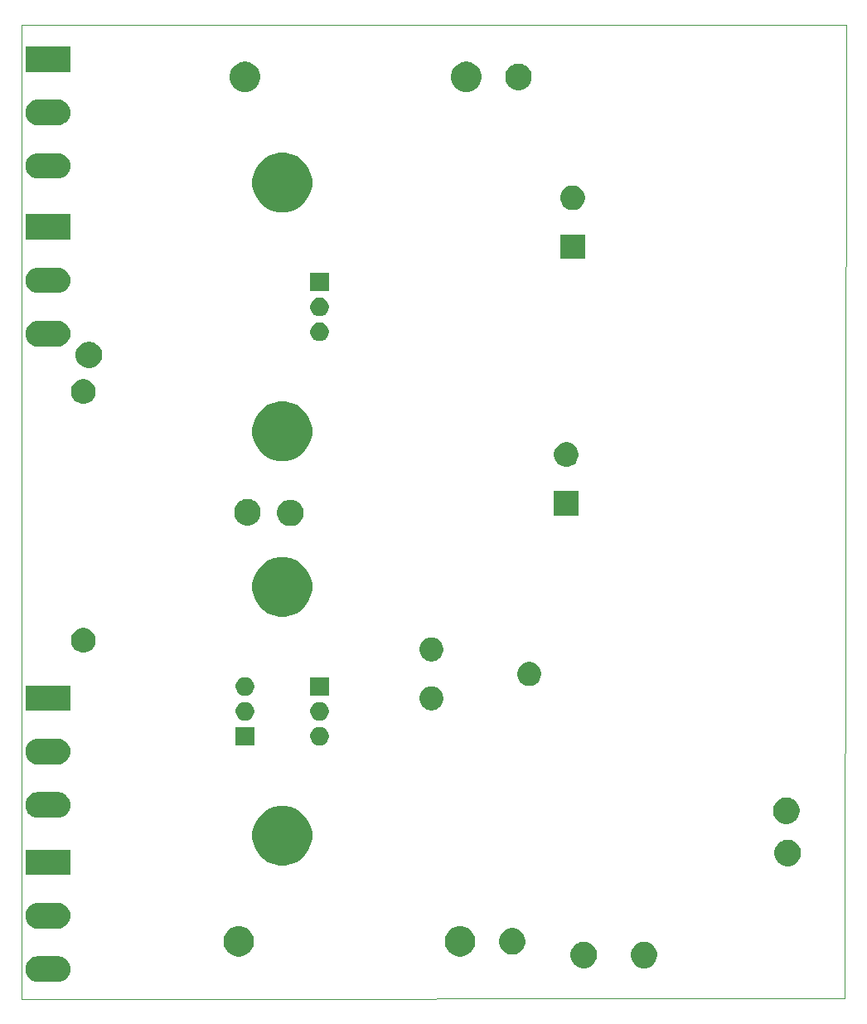
<source format=gbs>
%TF.GenerationSoftware,KiCad,Pcbnew,5.1.5-52549c5~84~ubuntu18.04.1*%
%TF.CreationDate,2020-04-30T17:46:21+12:00*%
%TF.ProjectId,Trimodal SMD Cheap,5472696d-6f64-4616-9c20-534d44204368,rev?*%
%TF.SameCoordinates,Original*%
%TF.FileFunction,Soldermask,Bot*%
%TF.FilePolarity,Negative*%
%FSLAX46Y46*%
G04 Gerber Fmt 4.6, Leading zero omitted, Abs format (unit mm)*
G04 Created by KiCad (PCBNEW 5.1.5-52549c5~84~ubuntu18.04.1) date 2020-04-30 17:46:21*
%MOMM*%
%LPD*%
G04 APERTURE LIST*
%ADD10C,0.100000*%
%ADD11C,0.150000*%
G04 APERTURE END LIST*
D10*
X146494500Y-32131000D02*
X146367500Y-131572000D01*
X62230000Y-32194500D02*
X146494500Y-32131000D01*
X62293500Y-131635500D02*
X62230000Y-32194500D01*
X146367500Y-131572000D02*
X62293500Y-131635500D01*
D11*
G36*
X66119972Y-127273912D02*
G01*
X66215540Y-127283325D01*
X66460780Y-127357718D01*
X66686794Y-127478525D01*
X66738399Y-127520876D01*
X66884897Y-127641103D01*
X66988165Y-127766937D01*
X67047475Y-127839206D01*
X67168282Y-128065220D01*
X67242675Y-128310460D01*
X67267794Y-128565500D01*
X67242675Y-128820540D01*
X67168282Y-129065780D01*
X67047475Y-129291794D01*
X67005124Y-129343399D01*
X66884897Y-129489897D01*
X66738399Y-129610124D01*
X66686794Y-129652475D01*
X66460780Y-129773282D01*
X66215540Y-129847675D01*
X66119973Y-129857087D01*
X66024406Y-129866500D01*
X63896594Y-129866500D01*
X63801027Y-129857087D01*
X63705460Y-129847675D01*
X63460220Y-129773282D01*
X63234206Y-129652475D01*
X63182601Y-129610124D01*
X63036103Y-129489897D01*
X62915876Y-129343399D01*
X62873525Y-129291794D01*
X62752718Y-129065780D01*
X62678325Y-128820540D01*
X62653206Y-128565500D01*
X62678325Y-128310460D01*
X62752718Y-128065220D01*
X62873525Y-127839206D01*
X62932835Y-127766937D01*
X63036103Y-127641103D01*
X63182601Y-127520876D01*
X63234206Y-127478525D01*
X63460220Y-127357718D01*
X63705460Y-127283325D01*
X63801028Y-127273912D01*
X63896594Y-127264500D01*
X66024406Y-127264500D01*
X66119972Y-127273912D01*
G37*
G36*
X126251072Y-125827918D02*
G01*
X126383476Y-125882761D01*
X126496939Y-125929759D01*
X126608328Y-126004187D01*
X126718211Y-126077609D01*
X126906391Y-126265789D01*
X127054242Y-126487063D01*
X127156082Y-126732928D01*
X127194734Y-126927242D01*
X127208000Y-126993938D01*
X127208000Y-127260062D01*
X127156082Y-127521072D01*
X127054241Y-127766939D01*
X126906390Y-127988212D01*
X126718212Y-128176390D01*
X126496939Y-128324241D01*
X126496938Y-128324242D01*
X126496937Y-128324242D01*
X126251072Y-128426082D01*
X125990063Y-128478000D01*
X125723937Y-128478000D01*
X125462928Y-128426082D01*
X125217063Y-128324242D01*
X125217062Y-128324242D01*
X125217061Y-128324241D01*
X124995788Y-128176390D01*
X124807610Y-127988212D01*
X124659759Y-127766939D01*
X124557918Y-127521072D01*
X124506000Y-127260062D01*
X124506000Y-126993938D01*
X124519267Y-126927242D01*
X124557918Y-126732928D01*
X124659758Y-126487063D01*
X124807609Y-126265789D01*
X124995789Y-126077609D01*
X125105672Y-126004187D01*
X125217061Y-125929759D01*
X125330525Y-125882761D01*
X125462928Y-125827918D01*
X125723937Y-125776000D01*
X125990063Y-125776000D01*
X126251072Y-125827918D01*
G37*
G36*
X120091572Y-125827918D02*
G01*
X120223976Y-125882761D01*
X120337439Y-125929759D01*
X120448828Y-126004187D01*
X120558711Y-126077609D01*
X120746891Y-126265789D01*
X120894742Y-126487063D01*
X120996582Y-126732928D01*
X121035234Y-126927242D01*
X121048500Y-126993938D01*
X121048500Y-127260062D01*
X120996582Y-127521072D01*
X120894741Y-127766939D01*
X120746890Y-127988212D01*
X120558712Y-128176390D01*
X120337439Y-128324241D01*
X120337438Y-128324242D01*
X120337437Y-128324242D01*
X120091572Y-128426082D01*
X119830563Y-128478000D01*
X119564437Y-128478000D01*
X119303428Y-128426082D01*
X119057563Y-128324242D01*
X119057562Y-128324242D01*
X119057561Y-128324241D01*
X118836288Y-128176390D01*
X118648110Y-127988212D01*
X118500259Y-127766939D01*
X118398418Y-127521072D01*
X118346500Y-127260062D01*
X118346500Y-126993938D01*
X118359767Y-126927242D01*
X118398418Y-126732928D01*
X118500258Y-126487063D01*
X118648109Y-126265789D01*
X118836289Y-126077609D01*
X118946172Y-126004187D01*
X119057561Y-125929759D01*
X119171025Y-125882761D01*
X119303428Y-125827918D01*
X119564437Y-125776000D01*
X119830563Y-125776000D01*
X120091572Y-125827918D01*
G37*
G36*
X84725777Y-124202475D02*
G01*
X84907410Y-124238604D01*
X85189674Y-124355521D01*
X85443705Y-124525259D01*
X85659741Y-124741295D01*
X85829479Y-124995326D01*
X85946396Y-125277590D01*
X86006000Y-125577240D01*
X86006000Y-125882760D01*
X85946396Y-126182410D01*
X85829479Y-126464674D01*
X85659741Y-126718705D01*
X85443705Y-126934741D01*
X85189674Y-127104479D01*
X84907410Y-127221396D01*
X84757585Y-127251198D01*
X84607761Y-127281000D01*
X84302239Y-127281000D01*
X84152415Y-127251198D01*
X84002590Y-127221396D01*
X83720326Y-127104479D01*
X83466295Y-126934741D01*
X83250259Y-126718705D01*
X83080521Y-126464674D01*
X82963604Y-126182410D01*
X82904000Y-125882760D01*
X82904000Y-125577240D01*
X82963604Y-125277590D01*
X83080521Y-124995326D01*
X83250259Y-124741295D01*
X83466295Y-124525259D01*
X83720326Y-124355521D01*
X84002590Y-124238604D01*
X84184223Y-124202475D01*
X84302239Y-124179000D01*
X84607761Y-124179000D01*
X84725777Y-124202475D01*
G37*
G36*
X107325777Y-124202475D02*
G01*
X107507410Y-124238604D01*
X107789674Y-124355521D01*
X108043705Y-124525259D01*
X108259741Y-124741295D01*
X108429479Y-124995326D01*
X108546396Y-125277590D01*
X108606000Y-125577240D01*
X108606000Y-125882760D01*
X108546396Y-126182410D01*
X108429479Y-126464674D01*
X108259741Y-126718705D01*
X108043705Y-126934741D01*
X107789674Y-127104479D01*
X107507410Y-127221396D01*
X107357585Y-127251198D01*
X107207761Y-127281000D01*
X106902239Y-127281000D01*
X106752415Y-127251198D01*
X106602590Y-127221396D01*
X106320326Y-127104479D01*
X106066295Y-126934741D01*
X105850259Y-126718705D01*
X105680521Y-126464674D01*
X105563604Y-126182410D01*
X105504000Y-125882760D01*
X105504000Y-125577240D01*
X105563604Y-125277590D01*
X105680521Y-124995326D01*
X105850259Y-124741295D01*
X106066295Y-124525259D01*
X106320326Y-124355521D01*
X106602590Y-124238604D01*
X106784223Y-124202475D01*
X106902239Y-124179000D01*
X107207761Y-124179000D01*
X107325777Y-124202475D01*
G37*
G36*
X112789072Y-124430918D02*
G01*
X113016833Y-124525259D01*
X113034939Y-124532759D01*
X113146328Y-124607187D01*
X113256211Y-124680609D01*
X113444391Y-124868789D01*
X113592242Y-125090063D01*
X113694082Y-125335928D01*
X113746000Y-125596937D01*
X113746000Y-125863063D01*
X113732733Y-125929759D01*
X113694082Y-126124072D01*
X113592241Y-126369939D01*
X113444390Y-126591212D01*
X113256212Y-126779390D01*
X113034939Y-126927241D01*
X113034938Y-126927242D01*
X113034937Y-126927242D01*
X112789072Y-127029082D01*
X112528063Y-127081000D01*
X112261937Y-127081000D01*
X112000928Y-127029082D01*
X111755063Y-126927242D01*
X111755062Y-126927242D01*
X111755061Y-126927241D01*
X111533788Y-126779390D01*
X111345610Y-126591212D01*
X111197759Y-126369939D01*
X111095918Y-126124072D01*
X111057267Y-125929759D01*
X111044000Y-125863063D01*
X111044000Y-125596937D01*
X111095918Y-125335928D01*
X111197758Y-125090063D01*
X111345609Y-124868789D01*
X111533789Y-124680609D01*
X111643672Y-124607187D01*
X111755061Y-124532759D01*
X111773168Y-124525259D01*
X112000928Y-124430918D01*
X112261937Y-124379000D01*
X112528063Y-124379000D01*
X112789072Y-124430918D01*
G37*
G36*
X66119973Y-121823913D02*
G01*
X66215540Y-121833325D01*
X66460780Y-121907718D01*
X66686794Y-122028525D01*
X66738399Y-122070876D01*
X66884897Y-122191103D01*
X67005124Y-122337601D01*
X67047475Y-122389206D01*
X67168282Y-122615220D01*
X67242675Y-122860460D01*
X67267794Y-123115500D01*
X67242675Y-123370540D01*
X67168282Y-123615780D01*
X67047475Y-123841794D01*
X67005124Y-123893399D01*
X66884897Y-124039897D01*
X66738399Y-124160124D01*
X66686794Y-124202475D01*
X66460780Y-124323282D01*
X66215540Y-124397675D01*
X66119973Y-124407087D01*
X66024406Y-124416500D01*
X63896594Y-124416500D01*
X63801027Y-124407087D01*
X63705460Y-124397675D01*
X63460220Y-124323282D01*
X63234206Y-124202475D01*
X63182601Y-124160124D01*
X63036103Y-124039897D01*
X62915876Y-123893399D01*
X62873525Y-123841794D01*
X62752718Y-123615780D01*
X62678325Y-123370540D01*
X62653206Y-123115500D01*
X62678325Y-122860460D01*
X62752718Y-122615220D01*
X62873525Y-122389206D01*
X62915876Y-122337601D01*
X63036103Y-122191103D01*
X63182601Y-122070876D01*
X63234206Y-122028525D01*
X63460220Y-121907718D01*
X63705460Y-121833325D01*
X63801027Y-121823913D01*
X63896594Y-121814500D01*
X66024406Y-121814500D01*
X66119973Y-121823913D01*
G37*
G36*
X67261500Y-118966500D02*
G01*
X62659500Y-118966500D01*
X62659500Y-116364500D01*
X67261500Y-116364500D01*
X67261500Y-118966500D01*
G37*
G36*
X140919572Y-115413918D02*
G01*
X141165439Y-115515759D01*
X141276828Y-115590187D01*
X141386711Y-115663609D01*
X141574891Y-115851789D01*
X141722742Y-116073063D01*
X141824582Y-116318928D01*
X141876500Y-116579937D01*
X141876500Y-116846063D01*
X141824582Y-117107072D01*
X141742654Y-117304866D01*
X141722741Y-117352939D01*
X141574890Y-117574212D01*
X141386712Y-117762390D01*
X141165439Y-117910241D01*
X141165438Y-117910242D01*
X141165437Y-117910242D01*
X140919572Y-118012082D01*
X140658563Y-118064000D01*
X140392437Y-118064000D01*
X140131428Y-118012082D01*
X139885563Y-117910242D01*
X139885562Y-117910242D01*
X139885561Y-117910241D01*
X139664288Y-117762390D01*
X139476110Y-117574212D01*
X139328259Y-117352939D01*
X139308347Y-117304866D01*
X139226418Y-117107072D01*
X139174500Y-116846063D01*
X139174500Y-116579937D01*
X139226418Y-116318928D01*
X139328258Y-116073063D01*
X139476109Y-115851789D01*
X139664289Y-115663609D01*
X139774172Y-115590187D01*
X139885561Y-115515759D01*
X140131428Y-115413918D01*
X140392437Y-115362000D01*
X140658563Y-115362000D01*
X140919572Y-115413918D01*
G37*
G36*
X89789943Y-112001248D02*
G01*
X90345189Y-112231238D01*
X90450762Y-112301780D01*
X90844899Y-112565134D01*
X91269866Y-112990101D01*
X91437948Y-113241653D01*
X91603762Y-113489811D01*
X91833752Y-114045057D01*
X91951000Y-114634501D01*
X91951000Y-115235499D01*
X91833752Y-115824943D01*
X91603762Y-116380189D01*
X91603761Y-116380190D01*
X91269866Y-116879899D01*
X90844899Y-117304866D01*
X90593347Y-117472948D01*
X90345189Y-117638762D01*
X89789943Y-117868752D01*
X89200499Y-117986000D01*
X88599501Y-117986000D01*
X88010057Y-117868752D01*
X87454811Y-117638762D01*
X87206653Y-117472948D01*
X86955101Y-117304866D01*
X86530134Y-116879899D01*
X86196239Y-116380190D01*
X86196238Y-116380189D01*
X85966248Y-115824943D01*
X85849000Y-115235499D01*
X85849000Y-114634501D01*
X85966248Y-114045057D01*
X86196238Y-113489811D01*
X86362052Y-113241653D01*
X86530134Y-112990101D01*
X86955101Y-112565134D01*
X87349238Y-112301780D01*
X87454811Y-112231238D01*
X88010057Y-112001248D01*
X88599501Y-111884000D01*
X89200499Y-111884000D01*
X89789943Y-112001248D01*
G37*
G36*
X140688446Y-111075206D02*
G01*
X140792572Y-111095918D01*
X141038439Y-111197759D01*
X141149828Y-111272187D01*
X141259711Y-111345609D01*
X141447891Y-111533789D01*
X141595742Y-111755063D01*
X141697582Y-112000928D01*
X141749500Y-112261937D01*
X141749500Y-112528063D01*
X141697582Y-112789072D01*
X141606369Y-113009282D01*
X141595741Y-113034939D01*
X141447890Y-113256212D01*
X141259712Y-113444390D01*
X141038439Y-113592241D01*
X141038438Y-113592242D01*
X141038437Y-113592242D01*
X140792572Y-113694082D01*
X140531563Y-113746000D01*
X140265437Y-113746000D01*
X140004428Y-113694082D01*
X139758563Y-113592242D01*
X139758562Y-113592242D01*
X139758561Y-113592241D01*
X139537288Y-113444390D01*
X139349110Y-113256212D01*
X139201259Y-113034939D01*
X139190632Y-113009282D01*
X139099418Y-112789072D01*
X139047500Y-112528063D01*
X139047500Y-112261937D01*
X139099418Y-112000928D01*
X139201258Y-111755063D01*
X139349109Y-111533789D01*
X139537289Y-111345609D01*
X139647172Y-111272187D01*
X139758561Y-111197759D01*
X140004428Y-111095918D01*
X140108554Y-111075206D01*
X140265437Y-111044000D01*
X140531563Y-111044000D01*
X140688446Y-111075206D01*
G37*
G36*
X66119973Y-110509913D02*
G01*
X66215540Y-110519325D01*
X66460780Y-110593718D01*
X66686794Y-110714525D01*
X66738399Y-110756876D01*
X66884897Y-110877103D01*
X67005124Y-111023601D01*
X67047475Y-111075206D01*
X67168282Y-111301220D01*
X67242675Y-111546460D01*
X67267794Y-111801500D01*
X67242675Y-112056540D01*
X67168282Y-112301780D01*
X67047475Y-112527794D01*
X67016831Y-112565134D01*
X66884897Y-112725897D01*
X66738399Y-112846124D01*
X66686794Y-112888475D01*
X66460780Y-113009282D01*
X66215540Y-113083675D01*
X66119973Y-113093087D01*
X66024406Y-113102500D01*
X63896594Y-113102500D01*
X63801027Y-113093087D01*
X63705460Y-113083675D01*
X63460220Y-113009282D01*
X63234206Y-112888475D01*
X63182601Y-112846124D01*
X63036103Y-112725897D01*
X62904169Y-112565134D01*
X62873525Y-112527794D01*
X62752718Y-112301780D01*
X62678325Y-112056540D01*
X62653206Y-111801500D01*
X62678325Y-111546460D01*
X62752718Y-111301220D01*
X62873525Y-111075206D01*
X62915876Y-111023601D01*
X63036103Y-110877103D01*
X63182601Y-110756876D01*
X63234206Y-110714525D01*
X63460220Y-110593718D01*
X63705460Y-110519325D01*
X63801027Y-110509913D01*
X63896594Y-110500500D01*
X66024406Y-110500500D01*
X66119973Y-110509913D01*
G37*
G36*
X66043656Y-105052396D02*
G01*
X66215540Y-105069325D01*
X66460780Y-105143718D01*
X66686794Y-105264525D01*
X66738399Y-105306876D01*
X66884897Y-105427103D01*
X66955956Y-105513690D01*
X67047475Y-105625206D01*
X67168282Y-105851220D01*
X67242675Y-106096460D01*
X67267794Y-106351500D01*
X67242675Y-106606540D01*
X67168282Y-106851780D01*
X67047475Y-107077794D01*
X67005124Y-107129399D01*
X66884897Y-107275897D01*
X66738399Y-107396124D01*
X66686794Y-107438475D01*
X66460780Y-107559282D01*
X66215540Y-107633675D01*
X66119973Y-107643087D01*
X66024406Y-107652500D01*
X63896594Y-107652500D01*
X63801027Y-107643087D01*
X63705460Y-107633675D01*
X63460220Y-107559282D01*
X63234206Y-107438475D01*
X63182601Y-107396124D01*
X63036103Y-107275897D01*
X62915876Y-107129399D01*
X62873525Y-107077794D01*
X62752718Y-106851780D01*
X62678325Y-106606540D01*
X62653206Y-106351500D01*
X62678325Y-106096460D01*
X62752718Y-105851220D01*
X62873525Y-105625206D01*
X62965044Y-105513690D01*
X63036103Y-105427103D01*
X63182601Y-105306876D01*
X63234206Y-105264525D01*
X63460220Y-105143718D01*
X63705460Y-105069325D01*
X63877344Y-105052396D01*
X63896594Y-105050500D01*
X66024406Y-105050500D01*
X66043656Y-105052396D01*
G37*
G36*
X92987395Y-103860546D02*
G01*
X93160466Y-103932234D01*
X93160467Y-103932235D01*
X93316227Y-104036310D01*
X93448690Y-104168773D01*
X93448691Y-104168775D01*
X93552766Y-104324534D01*
X93624454Y-104497605D01*
X93661000Y-104681333D01*
X93661000Y-104868667D01*
X93624454Y-105052395D01*
X93552766Y-105225466D01*
X93501081Y-105302818D01*
X93448690Y-105381227D01*
X93316227Y-105513690D01*
X93237818Y-105566081D01*
X93160466Y-105617766D01*
X92987395Y-105689454D01*
X92803667Y-105726000D01*
X92616333Y-105726000D01*
X92432605Y-105689454D01*
X92259534Y-105617766D01*
X92182182Y-105566081D01*
X92103773Y-105513690D01*
X91971310Y-105381227D01*
X91918919Y-105302818D01*
X91867234Y-105225466D01*
X91795546Y-105052395D01*
X91759000Y-104868667D01*
X91759000Y-104681333D01*
X91795546Y-104497605D01*
X91867234Y-104324534D01*
X91971309Y-104168775D01*
X91971310Y-104168773D01*
X92103773Y-104036310D01*
X92259533Y-103932235D01*
X92259534Y-103932234D01*
X92432605Y-103860546D01*
X92616333Y-103824000D01*
X92803667Y-103824000D01*
X92987395Y-103860546D01*
G37*
G36*
X86041000Y-105726000D02*
G01*
X84139000Y-105726000D01*
X84139000Y-103824000D01*
X86041000Y-103824000D01*
X86041000Y-105726000D01*
G37*
G36*
X92987395Y-101320546D02*
G01*
X93160466Y-101392234D01*
X93160467Y-101392235D01*
X93316227Y-101496310D01*
X93448690Y-101628773D01*
X93448691Y-101628775D01*
X93552766Y-101784534D01*
X93624454Y-101957605D01*
X93661000Y-102141333D01*
X93661000Y-102328667D01*
X93624454Y-102512395D01*
X93552766Y-102685466D01*
X93552765Y-102685467D01*
X93448690Y-102841227D01*
X93316227Y-102973690D01*
X93237818Y-103026081D01*
X93160466Y-103077766D01*
X92987395Y-103149454D01*
X92803667Y-103186000D01*
X92616333Y-103186000D01*
X92432605Y-103149454D01*
X92259534Y-103077766D01*
X92182182Y-103026081D01*
X92103773Y-102973690D01*
X91971310Y-102841227D01*
X91867235Y-102685467D01*
X91867234Y-102685466D01*
X91795546Y-102512395D01*
X91759000Y-102328667D01*
X91759000Y-102141333D01*
X91795546Y-101957605D01*
X91867234Y-101784534D01*
X91971309Y-101628775D01*
X91971310Y-101628773D01*
X92103773Y-101496310D01*
X92259533Y-101392235D01*
X92259534Y-101392234D01*
X92432605Y-101320546D01*
X92616333Y-101284000D01*
X92803667Y-101284000D01*
X92987395Y-101320546D01*
G37*
G36*
X85367395Y-101320546D02*
G01*
X85540466Y-101392234D01*
X85540467Y-101392235D01*
X85696227Y-101496310D01*
X85828690Y-101628773D01*
X85828691Y-101628775D01*
X85932766Y-101784534D01*
X86004454Y-101957605D01*
X86041000Y-102141333D01*
X86041000Y-102328667D01*
X86004454Y-102512395D01*
X85932766Y-102685466D01*
X85932765Y-102685467D01*
X85828690Y-102841227D01*
X85696227Y-102973690D01*
X85617818Y-103026081D01*
X85540466Y-103077766D01*
X85367395Y-103149454D01*
X85183667Y-103186000D01*
X84996333Y-103186000D01*
X84812605Y-103149454D01*
X84639534Y-103077766D01*
X84562182Y-103026081D01*
X84483773Y-102973690D01*
X84351310Y-102841227D01*
X84247235Y-102685467D01*
X84247234Y-102685466D01*
X84175546Y-102512395D01*
X84139000Y-102328667D01*
X84139000Y-102141333D01*
X84175546Y-101957605D01*
X84247234Y-101784534D01*
X84351309Y-101628775D01*
X84351310Y-101628773D01*
X84483773Y-101496310D01*
X84639533Y-101392235D01*
X84639534Y-101392234D01*
X84812605Y-101320546D01*
X84996333Y-101284000D01*
X85183667Y-101284000D01*
X85367395Y-101320546D01*
G37*
G36*
X67261500Y-102202500D02*
G01*
X62659500Y-102202500D01*
X62659500Y-99600500D01*
X67261500Y-99600500D01*
X67261500Y-102202500D01*
G37*
G36*
X104378205Y-99727461D02*
G01*
X104496153Y-99750922D01*
X104587272Y-99788665D01*
X104718359Y-99842963D01*
X104918342Y-99976587D01*
X105088413Y-100146658D01*
X105222037Y-100346641D01*
X105258094Y-100433690D01*
X105314078Y-100568847D01*
X105361000Y-100804742D01*
X105361000Y-101045258D01*
X105314078Y-101281153D01*
X105297760Y-101320547D01*
X105222037Y-101503359D01*
X105088413Y-101703342D01*
X104918342Y-101873413D01*
X104718359Y-102007037D01*
X104588194Y-102060953D01*
X104496153Y-102099078D01*
X104378205Y-102122539D01*
X104260259Y-102146000D01*
X104019741Y-102146000D01*
X103901795Y-102122539D01*
X103783847Y-102099078D01*
X103691806Y-102060953D01*
X103561641Y-102007037D01*
X103361658Y-101873413D01*
X103191587Y-101703342D01*
X103057963Y-101503359D01*
X102982240Y-101320547D01*
X102965922Y-101281153D01*
X102919000Y-101045258D01*
X102919000Y-100804742D01*
X102965922Y-100568847D01*
X103021906Y-100433690D01*
X103057963Y-100346641D01*
X103191587Y-100146658D01*
X103361658Y-99976587D01*
X103561641Y-99842963D01*
X103692728Y-99788665D01*
X103783847Y-99750922D01*
X103901795Y-99727461D01*
X104019741Y-99704000D01*
X104260259Y-99704000D01*
X104378205Y-99727461D01*
G37*
G36*
X85367395Y-98780546D02*
G01*
X85540466Y-98852234D01*
X85540467Y-98852235D01*
X85696227Y-98956310D01*
X85828690Y-99088773D01*
X85828691Y-99088775D01*
X85932766Y-99244534D01*
X86004454Y-99417605D01*
X86041000Y-99601333D01*
X86041000Y-99788667D01*
X86004454Y-99972395D01*
X85932766Y-100145466D01*
X85881081Y-100222818D01*
X85828690Y-100301227D01*
X85696227Y-100433690D01*
X85617818Y-100486081D01*
X85540466Y-100537766D01*
X85367395Y-100609454D01*
X85183667Y-100646000D01*
X84996333Y-100646000D01*
X84812605Y-100609454D01*
X84639534Y-100537766D01*
X84562182Y-100486081D01*
X84483773Y-100433690D01*
X84351310Y-100301227D01*
X84298919Y-100222818D01*
X84247234Y-100145466D01*
X84175546Y-99972395D01*
X84139000Y-99788667D01*
X84139000Y-99601333D01*
X84175546Y-99417605D01*
X84247234Y-99244534D01*
X84351309Y-99088775D01*
X84351310Y-99088773D01*
X84483773Y-98956310D01*
X84639533Y-98852235D01*
X84639534Y-98852234D01*
X84812605Y-98780546D01*
X84996333Y-98744000D01*
X85183667Y-98744000D01*
X85367395Y-98780546D01*
G37*
G36*
X93661000Y-100646000D02*
G01*
X91759000Y-100646000D01*
X91759000Y-98744000D01*
X93661000Y-98744000D01*
X93661000Y-100646000D01*
G37*
G36*
X114496153Y-97250922D02*
G01*
X114588194Y-97289047D01*
X114718359Y-97342963D01*
X114918342Y-97476587D01*
X115088413Y-97646658D01*
X115222037Y-97846641D01*
X115275953Y-97976806D01*
X115314078Y-98068847D01*
X115361000Y-98304742D01*
X115361000Y-98545258D01*
X115314199Y-98780547D01*
X115314078Y-98781152D01*
X115222037Y-99003359D01*
X115088413Y-99203342D01*
X114918342Y-99373413D01*
X114718359Y-99507037D01*
X114588194Y-99560953D01*
X114496153Y-99599078D01*
X114260259Y-99646000D01*
X114019741Y-99646000D01*
X113901795Y-99622539D01*
X113783847Y-99599078D01*
X113691806Y-99560953D01*
X113561641Y-99507037D01*
X113361658Y-99373413D01*
X113191587Y-99203342D01*
X113057963Y-99003359D01*
X112965922Y-98781152D01*
X112965802Y-98780547D01*
X112919000Y-98545258D01*
X112919000Y-98304742D01*
X112965922Y-98068847D01*
X113004047Y-97976806D01*
X113057963Y-97846641D01*
X113191587Y-97646658D01*
X113361658Y-97476587D01*
X113561641Y-97342963D01*
X113691806Y-97289047D01*
X113783847Y-97250922D01*
X114019741Y-97204000D01*
X114260259Y-97204000D01*
X114496153Y-97250922D01*
G37*
G36*
X104378205Y-94727461D02*
G01*
X104496153Y-94750922D01*
X104588194Y-94789047D01*
X104718359Y-94842963D01*
X104918342Y-94976587D01*
X105088413Y-95146658D01*
X105222037Y-95346641D01*
X105314078Y-95568848D01*
X105361000Y-95804741D01*
X105361000Y-96045259D01*
X105314078Y-96281152D01*
X105222037Y-96503359D01*
X105088413Y-96703342D01*
X104918342Y-96873413D01*
X104718359Y-97007037D01*
X104588194Y-97060953D01*
X104496153Y-97099078D01*
X104378205Y-97122539D01*
X104260259Y-97146000D01*
X104019741Y-97146000D01*
X103901795Y-97122539D01*
X103783847Y-97099078D01*
X103691806Y-97060953D01*
X103561641Y-97007037D01*
X103361658Y-96873413D01*
X103191587Y-96703342D01*
X103057963Y-96503359D01*
X102965922Y-96281152D01*
X102919000Y-96045259D01*
X102919000Y-95804741D01*
X102965922Y-95568848D01*
X103057963Y-95346641D01*
X103191587Y-95146658D01*
X103361658Y-94976587D01*
X103561641Y-94842963D01*
X103691806Y-94789047D01*
X103783847Y-94750922D01*
X103901795Y-94727461D01*
X104019741Y-94704000D01*
X104260259Y-94704000D01*
X104378205Y-94727461D01*
G37*
G36*
X68944903Y-93793075D02*
G01*
X69172571Y-93887378D01*
X69377466Y-94024285D01*
X69551715Y-94198534D01*
X69688622Y-94403429D01*
X69782925Y-94631097D01*
X69831000Y-94872787D01*
X69831000Y-95119213D01*
X69782925Y-95360903D01*
X69688622Y-95588571D01*
X69551715Y-95793466D01*
X69377466Y-95967715D01*
X69172571Y-96104622D01*
X69172570Y-96104623D01*
X69172569Y-96104623D01*
X68944903Y-96198925D01*
X68703214Y-96247000D01*
X68456786Y-96247000D01*
X68215097Y-96198925D01*
X67987431Y-96104623D01*
X67987430Y-96104623D01*
X67987429Y-96104622D01*
X67782534Y-95967715D01*
X67608285Y-95793466D01*
X67471378Y-95588571D01*
X67377075Y-95360903D01*
X67329000Y-95119213D01*
X67329000Y-94872787D01*
X67377075Y-94631097D01*
X67471378Y-94403429D01*
X67608285Y-94198534D01*
X67782534Y-94024285D01*
X67987429Y-93887378D01*
X68215097Y-93793075D01*
X68456786Y-93745000D01*
X68703214Y-93745000D01*
X68944903Y-93793075D01*
G37*
G36*
X89789943Y-86601248D02*
G01*
X90345189Y-86831238D01*
X90345190Y-86831239D01*
X90844899Y-87165134D01*
X91269866Y-87590101D01*
X91269867Y-87590103D01*
X91603762Y-88089811D01*
X91833752Y-88645057D01*
X91951000Y-89234501D01*
X91951000Y-89835499D01*
X91833752Y-90424943D01*
X91603762Y-90980189D01*
X91603761Y-90980190D01*
X91269866Y-91479899D01*
X90844899Y-91904866D01*
X90593347Y-92072948D01*
X90345189Y-92238762D01*
X89789943Y-92468752D01*
X89200499Y-92586000D01*
X88599501Y-92586000D01*
X88010057Y-92468752D01*
X87454811Y-92238762D01*
X87206653Y-92072948D01*
X86955101Y-91904866D01*
X86530134Y-91479899D01*
X86196239Y-90980190D01*
X86196238Y-90980189D01*
X85966248Y-90424943D01*
X85849000Y-89835499D01*
X85849000Y-89234501D01*
X85966248Y-88645057D01*
X86196238Y-88089811D01*
X86530133Y-87590103D01*
X86530134Y-87590101D01*
X86955101Y-87165134D01*
X87454810Y-86831239D01*
X87454811Y-86831238D01*
X88010057Y-86601248D01*
X88599501Y-86484000D01*
X89200499Y-86484000D01*
X89789943Y-86601248D01*
G37*
G36*
X90119572Y-80679418D02*
G01*
X90212134Y-80717758D01*
X90365439Y-80781259D01*
X90476828Y-80855687D01*
X90586711Y-80929109D01*
X90774891Y-81117289D01*
X90922742Y-81338563D01*
X91024582Y-81584428D01*
X91076500Y-81845437D01*
X91076500Y-82111563D01*
X91024582Y-82372572D01*
X90949044Y-82554939D01*
X90922741Y-82618439D01*
X90774890Y-82839712D01*
X90586712Y-83027890D01*
X90365439Y-83175741D01*
X90365438Y-83175742D01*
X90365437Y-83175742D01*
X90119572Y-83277582D01*
X89858563Y-83329500D01*
X89592437Y-83329500D01*
X89331428Y-83277582D01*
X89085563Y-83175742D01*
X89085562Y-83175742D01*
X89085561Y-83175741D01*
X88864288Y-83027890D01*
X88676110Y-82839712D01*
X88528259Y-82618439D01*
X88501957Y-82554939D01*
X88426418Y-82372572D01*
X88374500Y-82111563D01*
X88374500Y-81845437D01*
X88426418Y-81584428D01*
X88528258Y-81338563D01*
X88676109Y-81117289D01*
X88864289Y-80929109D01*
X88974172Y-80855687D01*
X89085561Y-80781259D01*
X89238867Y-80717758D01*
X89331428Y-80679418D01*
X89592437Y-80627500D01*
X89858563Y-80627500D01*
X90119572Y-80679418D01*
G37*
G36*
X85738072Y-80615918D02*
G01*
X85983939Y-80717759D01*
X86078971Y-80781258D01*
X86205211Y-80865609D01*
X86393391Y-81053789D01*
X86541242Y-81275063D01*
X86567544Y-81338563D01*
X86643082Y-81520928D01*
X86695000Y-81781938D01*
X86695000Y-82048062D01*
X86643082Y-82309072D01*
X86541241Y-82554939D01*
X86393390Y-82776212D01*
X86205212Y-82964390D01*
X85983939Y-83112241D01*
X85983938Y-83112242D01*
X85983937Y-83112242D01*
X85738072Y-83214082D01*
X85477063Y-83266000D01*
X85210937Y-83266000D01*
X84949928Y-83214082D01*
X84704063Y-83112242D01*
X84704062Y-83112242D01*
X84704061Y-83112241D01*
X84482788Y-82964390D01*
X84294610Y-82776212D01*
X84146759Y-82554939D01*
X84044918Y-82309072D01*
X83993000Y-82048062D01*
X83993000Y-81781938D01*
X84044918Y-81520928D01*
X84120456Y-81338563D01*
X84146758Y-81275063D01*
X84294609Y-81053789D01*
X84482789Y-80865609D01*
X84609029Y-80781258D01*
X84704061Y-80717759D01*
X84949928Y-80615918D01*
X85210937Y-80564000D01*
X85477063Y-80564000D01*
X85738072Y-80615918D01*
G37*
G36*
X119170500Y-82277000D02*
G01*
X116668500Y-82277000D01*
X116668500Y-79775000D01*
X119170500Y-79775000D01*
X119170500Y-82277000D01*
G37*
G36*
X118284403Y-74823075D02*
G01*
X118512071Y-74917378D01*
X118716966Y-75054285D01*
X118891215Y-75228534D01*
X118891216Y-75228536D01*
X119028123Y-75433431D01*
X119122425Y-75661097D01*
X119170500Y-75902786D01*
X119170500Y-76149214D01*
X119122425Y-76390903D01*
X119038403Y-76593752D01*
X119028122Y-76618571D01*
X118891215Y-76823466D01*
X118716966Y-76997715D01*
X118512071Y-77134622D01*
X118512070Y-77134623D01*
X118512069Y-77134623D01*
X118284403Y-77228925D01*
X118042714Y-77277000D01*
X117796286Y-77277000D01*
X117554597Y-77228925D01*
X117326931Y-77134623D01*
X117326930Y-77134623D01*
X117326929Y-77134622D01*
X117122034Y-76997715D01*
X116947785Y-76823466D01*
X116810878Y-76618571D01*
X116800598Y-76593752D01*
X116716575Y-76390903D01*
X116668500Y-76149214D01*
X116668500Y-75902786D01*
X116716575Y-75661097D01*
X116810877Y-75433431D01*
X116947784Y-75228536D01*
X116947785Y-75228534D01*
X117122034Y-75054285D01*
X117326929Y-74917378D01*
X117554597Y-74823075D01*
X117796286Y-74775000D01*
X118042714Y-74775000D01*
X118284403Y-74823075D01*
G37*
G36*
X89789943Y-70726248D02*
G01*
X90345189Y-70956238D01*
X90345190Y-70956239D01*
X90844899Y-71290134D01*
X91269866Y-71715101D01*
X91269867Y-71715103D01*
X91603762Y-72214811D01*
X91833752Y-72770057D01*
X91951000Y-73359501D01*
X91951000Y-73960499D01*
X91833752Y-74549943D01*
X91603762Y-75105189D01*
X91603761Y-75105190D01*
X91269866Y-75604899D01*
X90844899Y-76029866D01*
X90666284Y-76149213D01*
X90345189Y-76363762D01*
X89789943Y-76593752D01*
X89200499Y-76711000D01*
X88599501Y-76711000D01*
X88010057Y-76593752D01*
X87454811Y-76363762D01*
X87133716Y-76149213D01*
X86955101Y-76029866D01*
X86530134Y-75604899D01*
X86196239Y-75105190D01*
X86196238Y-75105189D01*
X85966248Y-74549943D01*
X85849000Y-73960499D01*
X85849000Y-73359501D01*
X85966248Y-72770057D01*
X86196238Y-72214811D01*
X86530133Y-71715103D01*
X86530134Y-71715101D01*
X86955101Y-71290134D01*
X87454810Y-70956239D01*
X87454811Y-70956238D01*
X88010057Y-70726248D01*
X88599501Y-70609000D01*
X89200499Y-70609000D01*
X89789943Y-70726248D01*
G37*
G36*
X68944903Y-68393075D02*
G01*
X69172571Y-68487378D01*
X69377466Y-68624285D01*
X69551715Y-68798534D01*
X69688622Y-69003429D01*
X69782925Y-69231097D01*
X69831000Y-69472787D01*
X69831000Y-69719213D01*
X69782925Y-69960903D01*
X69688622Y-70188571D01*
X69551715Y-70393466D01*
X69377466Y-70567715D01*
X69172571Y-70704622D01*
X69172570Y-70704623D01*
X69172569Y-70704623D01*
X68944903Y-70798925D01*
X68703214Y-70847000D01*
X68456786Y-70847000D01*
X68215097Y-70798925D01*
X67987431Y-70704623D01*
X67987430Y-70704623D01*
X67987429Y-70704622D01*
X67782534Y-70567715D01*
X67608285Y-70393466D01*
X67471378Y-70188571D01*
X67377075Y-69960903D01*
X67329000Y-69719213D01*
X67329000Y-69472787D01*
X67377075Y-69231097D01*
X67471378Y-69003429D01*
X67608285Y-68798534D01*
X67782534Y-68624285D01*
X67987429Y-68487378D01*
X68215097Y-68393075D01*
X68456786Y-68345000D01*
X68703214Y-68345000D01*
X68944903Y-68393075D01*
G37*
G36*
X69545572Y-64550418D02*
G01*
X69701237Y-64614896D01*
X69791439Y-64652259D01*
X69902828Y-64726687D01*
X70012711Y-64800109D01*
X70200891Y-64988289D01*
X70274313Y-65098172D01*
X70348741Y-65209561D01*
X70450582Y-65455428D01*
X70502500Y-65716438D01*
X70502500Y-65982562D01*
X70450582Y-66243572D01*
X70348741Y-66489439D01*
X70200890Y-66710712D01*
X70012712Y-66898890D01*
X69791439Y-67046741D01*
X69791438Y-67046742D01*
X69791437Y-67046742D01*
X69545572Y-67148582D01*
X69284563Y-67200500D01*
X69018437Y-67200500D01*
X68757428Y-67148582D01*
X68511563Y-67046742D01*
X68511562Y-67046742D01*
X68511561Y-67046741D01*
X68290288Y-66898890D01*
X68102110Y-66710712D01*
X67954259Y-66489439D01*
X67852418Y-66243572D01*
X67800500Y-65982562D01*
X67800500Y-65716438D01*
X67852418Y-65455428D01*
X67954259Y-65209561D01*
X68028687Y-65098172D01*
X68102109Y-64988289D01*
X68290289Y-64800109D01*
X68400172Y-64726687D01*
X68511561Y-64652259D01*
X68601764Y-64614896D01*
X68757428Y-64550418D01*
X69018437Y-64498500D01*
X69284563Y-64498500D01*
X69545572Y-64550418D01*
G37*
G36*
X66119973Y-62398913D02*
G01*
X66215540Y-62408325D01*
X66460780Y-62482718D01*
X66686794Y-62603525D01*
X66738399Y-62645876D01*
X66884897Y-62766103D01*
X67005124Y-62912601D01*
X67047475Y-62964206D01*
X67168282Y-63190220D01*
X67242675Y-63435460D01*
X67267794Y-63690500D01*
X67242675Y-63945540D01*
X67168282Y-64190780D01*
X67047475Y-64416794D01*
X67005124Y-64468399D01*
X66884897Y-64614897D01*
X66738399Y-64735124D01*
X66686794Y-64777475D01*
X66460780Y-64898282D01*
X66215540Y-64972675D01*
X66119973Y-64982087D01*
X66024406Y-64991500D01*
X63896594Y-64991500D01*
X63801027Y-64982087D01*
X63705460Y-64972675D01*
X63460220Y-64898282D01*
X63234206Y-64777475D01*
X63182601Y-64735124D01*
X63036103Y-64614897D01*
X62915876Y-64468399D01*
X62873525Y-64416794D01*
X62752718Y-64190780D01*
X62678325Y-63945540D01*
X62653206Y-63690500D01*
X62678325Y-63435460D01*
X62752718Y-63190220D01*
X62873525Y-62964206D01*
X62915876Y-62912601D01*
X63036103Y-62766103D01*
X63182601Y-62645876D01*
X63234206Y-62603525D01*
X63460220Y-62482718D01*
X63705460Y-62408325D01*
X63801027Y-62398913D01*
X63896594Y-62389500D01*
X66024406Y-62389500D01*
X66119973Y-62398913D01*
G37*
G36*
X92987395Y-62585546D02*
G01*
X93160466Y-62657234D01*
X93160467Y-62657235D01*
X93316227Y-62761310D01*
X93448690Y-62893773D01*
X93448691Y-62893775D01*
X93552766Y-63049534D01*
X93624454Y-63222605D01*
X93661000Y-63406333D01*
X93661000Y-63593667D01*
X93624454Y-63777395D01*
X93552766Y-63950466D01*
X93552765Y-63950467D01*
X93448690Y-64106227D01*
X93316227Y-64238690D01*
X93237818Y-64291081D01*
X93160466Y-64342766D01*
X92987395Y-64414454D01*
X92803667Y-64451000D01*
X92616333Y-64451000D01*
X92432605Y-64414454D01*
X92259534Y-64342766D01*
X92182182Y-64291081D01*
X92103773Y-64238690D01*
X91971310Y-64106227D01*
X91867235Y-63950467D01*
X91867234Y-63950466D01*
X91795546Y-63777395D01*
X91759000Y-63593667D01*
X91759000Y-63406333D01*
X91795546Y-63222605D01*
X91867234Y-63049534D01*
X91971309Y-62893775D01*
X91971310Y-62893773D01*
X92103773Y-62761310D01*
X92259533Y-62657235D01*
X92259534Y-62657234D01*
X92432605Y-62585546D01*
X92616333Y-62549000D01*
X92803667Y-62549000D01*
X92987395Y-62585546D01*
G37*
G36*
X92987395Y-60045546D02*
G01*
X93160466Y-60117234D01*
X93160467Y-60117235D01*
X93316227Y-60221310D01*
X93448690Y-60353773D01*
X93448691Y-60353775D01*
X93552766Y-60509534D01*
X93624454Y-60682605D01*
X93661000Y-60866333D01*
X93661000Y-61053667D01*
X93624454Y-61237395D01*
X93552766Y-61410466D01*
X93552765Y-61410467D01*
X93448690Y-61566227D01*
X93316227Y-61698690D01*
X93237818Y-61751081D01*
X93160466Y-61802766D01*
X92987395Y-61874454D01*
X92803667Y-61911000D01*
X92616333Y-61911000D01*
X92432605Y-61874454D01*
X92259534Y-61802766D01*
X92182182Y-61751081D01*
X92103773Y-61698690D01*
X91971310Y-61566227D01*
X91867235Y-61410467D01*
X91867234Y-61410466D01*
X91795546Y-61237395D01*
X91759000Y-61053667D01*
X91759000Y-60866333D01*
X91795546Y-60682605D01*
X91867234Y-60509534D01*
X91971309Y-60353775D01*
X91971310Y-60353773D01*
X92103773Y-60221310D01*
X92259533Y-60117235D01*
X92259534Y-60117234D01*
X92432605Y-60045546D01*
X92616333Y-60009000D01*
X92803667Y-60009000D01*
X92987395Y-60045546D01*
G37*
G36*
X66119973Y-56948913D02*
G01*
X66215540Y-56958325D01*
X66460780Y-57032718D01*
X66686794Y-57153525D01*
X66738399Y-57195876D01*
X66884897Y-57316103D01*
X67005124Y-57462601D01*
X67047475Y-57514206D01*
X67168282Y-57740220D01*
X67242675Y-57985460D01*
X67267794Y-58240500D01*
X67242675Y-58495540D01*
X67168282Y-58740780D01*
X67047475Y-58966794D01*
X67005124Y-59018399D01*
X66884897Y-59164897D01*
X66738399Y-59285124D01*
X66686794Y-59327475D01*
X66460780Y-59448282D01*
X66215540Y-59522675D01*
X66119972Y-59532088D01*
X66024406Y-59541500D01*
X63896594Y-59541500D01*
X63801028Y-59532088D01*
X63705460Y-59522675D01*
X63460220Y-59448282D01*
X63234206Y-59327475D01*
X63182601Y-59285124D01*
X63036103Y-59164897D01*
X62915876Y-59018399D01*
X62873525Y-58966794D01*
X62752718Y-58740780D01*
X62678325Y-58495540D01*
X62653206Y-58240500D01*
X62678325Y-57985460D01*
X62752718Y-57740220D01*
X62873525Y-57514206D01*
X62915876Y-57462601D01*
X63036103Y-57316103D01*
X63182601Y-57195876D01*
X63234206Y-57153525D01*
X63460220Y-57032718D01*
X63705460Y-56958325D01*
X63801027Y-56948913D01*
X63896594Y-56939500D01*
X66024406Y-56939500D01*
X66119973Y-56948913D01*
G37*
G36*
X93661000Y-59371000D02*
G01*
X91759000Y-59371000D01*
X91759000Y-57469000D01*
X93661000Y-57469000D01*
X93661000Y-59371000D01*
G37*
G36*
X119805500Y-56051500D02*
G01*
X117303500Y-56051500D01*
X117303500Y-53549500D01*
X119805500Y-53549500D01*
X119805500Y-56051500D01*
G37*
G36*
X67261500Y-54091500D02*
G01*
X62659500Y-54091500D01*
X62659500Y-51489500D01*
X67261500Y-51489500D01*
X67261500Y-54091500D01*
G37*
G36*
X89789943Y-45326248D02*
G01*
X90345189Y-45556238D01*
X90593347Y-45722052D01*
X90844899Y-45890134D01*
X91269866Y-46315101D01*
X91269867Y-46315103D01*
X91603762Y-46814811D01*
X91833752Y-47370057D01*
X91951000Y-47959501D01*
X91951000Y-48560499D01*
X91833752Y-49149943D01*
X91603762Y-49705189D01*
X91603761Y-49705190D01*
X91269866Y-50204899D01*
X90844899Y-50629866D01*
X90631859Y-50772215D01*
X90345189Y-50963762D01*
X89789943Y-51193752D01*
X89200499Y-51311000D01*
X88599501Y-51311000D01*
X88010057Y-51193752D01*
X87454811Y-50963762D01*
X87168141Y-50772215D01*
X86955101Y-50629866D01*
X86530134Y-50204899D01*
X86196239Y-49705190D01*
X86196238Y-49705189D01*
X85966248Y-49149943D01*
X85849000Y-48560499D01*
X85849000Y-47959501D01*
X85966248Y-47370057D01*
X86196238Y-46814811D01*
X86530133Y-46315103D01*
X86530134Y-46315101D01*
X86955101Y-45890134D01*
X87206653Y-45722052D01*
X87454811Y-45556238D01*
X88010057Y-45326248D01*
X88599501Y-45209000D01*
X89200499Y-45209000D01*
X89789943Y-45326248D01*
G37*
G36*
X118919403Y-48597575D02*
G01*
X119147071Y-48691878D01*
X119351966Y-48828785D01*
X119526215Y-49003034D01*
X119663122Y-49207929D01*
X119757425Y-49435597D01*
X119805500Y-49677287D01*
X119805500Y-49923713D01*
X119757425Y-50165403D01*
X119663122Y-50393071D01*
X119526215Y-50597966D01*
X119351966Y-50772215D01*
X119147071Y-50909122D01*
X119147070Y-50909123D01*
X119147069Y-50909123D01*
X118919403Y-51003425D01*
X118677714Y-51051500D01*
X118431286Y-51051500D01*
X118189597Y-51003425D01*
X117961931Y-50909123D01*
X117961930Y-50909123D01*
X117961929Y-50909122D01*
X117757034Y-50772215D01*
X117582785Y-50597966D01*
X117445878Y-50393071D01*
X117351575Y-50165403D01*
X117303500Y-49923713D01*
X117303500Y-49677287D01*
X117351575Y-49435597D01*
X117445878Y-49207929D01*
X117582785Y-49003034D01*
X117757034Y-48828785D01*
X117961929Y-48691878D01*
X118189597Y-48597575D01*
X118431286Y-48549500D01*
X118677714Y-48549500D01*
X118919403Y-48597575D01*
G37*
G36*
X66119972Y-45253912D02*
G01*
X66215540Y-45263325D01*
X66460780Y-45337718D01*
X66686794Y-45458525D01*
X66738399Y-45500876D01*
X66884897Y-45621103D01*
X67005124Y-45767601D01*
X67047475Y-45819206D01*
X67168282Y-46045220D01*
X67242675Y-46290460D01*
X67267794Y-46545500D01*
X67242675Y-46800540D01*
X67168282Y-47045780D01*
X67047475Y-47271794D01*
X67005124Y-47323399D01*
X66884897Y-47469897D01*
X66738399Y-47590124D01*
X66686794Y-47632475D01*
X66460780Y-47753282D01*
X66215540Y-47827675D01*
X66119973Y-47837087D01*
X66024406Y-47846500D01*
X63896594Y-47846500D01*
X63801028Y-47837088D01*
X63705460Y-47827675D01*
X63460220Y-47753282D01*
X63234206Y-47632475D01*
X63182601Y-47590124D01*
X63036103Y-47469897D01*
X62915876Y-47323399D01*
X62873525Y-47271794D01*
X62752718Y-47045780D01*
X62678325Y-46800540D01*
X62653206Y-46545500D01*
X62678325Y-46290460D01*
X62752718Y-46045220D01*
X62873525Y-45819206D01*
X62915876Y-45767601D01*
X63036103Y-45621103D01*
X63182601Y-45500876D01*
X63234206Y-45458525D01*
X63460220Y-45337718D01*
X63705460Y-45263325D01*
X63801028Y-45253912D01*
X63896594Y-45244500D01*
X66024406Y-45244500D01*
X66119972Y-45253912D01*
G37*
G36*
X66119972Y-39803912D02*
G01*
X66215540Y-39813325D01*
X66460780Y-39887718D01*
X66686794Y-40008525D01*
X66738399Y-40050876D01*
X66884897Y-40171103D01*
X67005124Y-40317601D01*
X67047475Y-40369206D01*
X67168282Y-40595220D01*
X67242675Y-40840460D01*
X67267794Y-41095500D01*
X67242675Y-41350540D01*
X67168282Y-41595780D01*
X67047475Y-41821794D01*
X67005124Y-41873399D01*
X66884897Y-42019897D01*
X66738399Y-42140124D01*
X66686794Y-42182475D01*
X66460780Y-42303282D01*
X66215540Y-42377675D01*
X66119973Y-42387087D01*
X66024406Y-42396500D01*
X63896594Y-42396500D01*
X63801027Y-42387087D01*
X63705460Y-42377675D01*
X63460220Y-42303282D01*
X63234206Y-42182475D01*
X63182601Y-42140124D01*
X63036103Y-42019897D01*
X62915876Y-41873399D01*
X62873525Y-41821794D01*
X62752718Y-41595780D01*
X62678325Y-41350540D01*
X62653206Y-41095500D01*
X62678325Y-40840460D01*
X62752718Y-40595220D01*
X62873525Y-40369206D01*
X62915876Y-40317601D01*
X63036103Y-40171103D01*
X63182601Y-40050876D01*
X63234206Y-40008525D01*
X63460220Y-39887718D01*
X63705460Y-39813325D01*
X63801028Y-39803912D01*
X63896594Y-39794500D01*
X66024406Y-39794500D01*
X66119972Y-39803912D01*
G37*
G36*
X85392585Y-35943802D02*
G01*
X85542410Y-35973604D01*
X85824674Y-36090521D01*
X86078705Y-36260259D01*
X86294741Y-36476295D01*
X86464479Y-36730326D01*
X86581396Y-37012590D01*
X86641000Y-37312240D01*
X86641000Y-37617760D01*
X86581396Y-37917410D01*
X86464479Y-38199674D01*
X86294741Y-38453705D01*
X86078705Y-38669741D01*
X85824674Y-38839479D01*
X85542410Y-38956396D01*
X85392585Y-38986198D01*
X85242761Y-39016000D01*
X84937239Y-39016000D01*
X84787415Y-38986198D01*
X84637590Y-38956396D01*
X84355326Y-38839479D01*
X84101295Y-38669741D01*
X83885259Y-38453705D01*
X83715521Y-38199674D01*
X83598604Y-37917410D01*
X83539000Y-37617760D01*
X83539000Y-37312240D01*
X83598604Y-37012590D01*
X83715521Y-36730326D01*
X83885259Y-36476295D01*
X84101295Y-36260259D01*
X84355326Y-36090521D01*
X84637590Y-35973604D01*
X84787415Y-35943802D01*
X84937239Y-35914000D01*
X85242761Y-35914000D01*
X85392585Y-35943802D01*
G37*
G36*
X107992585Y-35943802D02*
G01*
X108142410Y-35973604D01*
X108424674Y-36090521D01*
X108678705Y-36260259D01*
X108894741Y-36476295D01*
X109064479Y-36730326D01*
X109181396Y-37012590D01*
X109241000Y-37312240D01*
X109241000Y-37617760D01*
X109181396Y-37917410D01*
X109064479Y-38199674D01*
X108894741Y-38453705D01*
X108678705Y-38669741D01*
X108424674Y-38839479D01*
X108142410Y-38956396D01*
X107992585Y-38986198D01*
X107842761Y-39016000D01*
X107537239Y-39016000D01*
X107387415Y-38986198D01*
X107237590Y-38956396D01*
X106955326Y-38839479D01*
X106701295Y-38669741D01*
X106485259Y-38453705D01*
X106315521Y-38199674D01*
X106198604Y-37917410D01*
X106139000Y-37617760D01*
X106139000Y-37312240D01*
X106198604Y-37012590D01*
X106315521Y-36730326D01*
X106485259Y-36476295D01*
X106701295Y-36260259D01*
X106955326Y-36090521D01*
X107237590Y-35973604D01*
X107387415Y-35943802D01*
X107537239Y-35914000D01*
X107842761Y-35914000D01*
X107992585Y-35943802D01*
G37*
G36*
X113424072Y-36165918D02*
G01*
X113651833Y-36260259D01*
X113669939Y-36267759D01*
X113781328Y-36342187D01*
X113891211Y-36415609D01*
X114079391Y-36603789D01*
X114227242Y-36825063D01*
X114304918Y-37012590D01*
X114329082Y-37070928D01*
X114381000Y-37331938D01*
X114381000Y-37598062D01*
X114329082Y-37859072D01*
X114227241Y-38104939D01*
X114079390Y-38326212D01*
X113891212Y-38514390D01*
X113669939Y-38662241D01*
X113669938Y-38662242D01*
X113669937Y-38662242D01*
X113424072Y-38764082D01*
X113163063Y-38816000D01*
X112896937Y-38816000D01*
X112635928Y-38764082D01*
X112390063Y-38662242D01*
X112390062Y-38662242D01*
X112390061Y-38662241D01*
X112168788Y-38514390D01*
X111980610Y-38326212D01*
X111832759Y-38104939D01*
X111730918Y-37859072D01*
X111679000Y-37598062D01*
X111679000Y-37331938D01*
X111730918Y-37070928D01*
X111755082Y-37012590D01*
X111832758Y-36825063D01*
X111980609Y-36603789D01*
X112168789Y-36415609D01*
X112278672Y-36342187D01*
X112390061Y-36267759D01*
X112408168Y-36260259D01*
X112635928Y-36165918D01*
X112896937Y-36114000D01*
X113163063Y-36114000D01*
X113424072Y-36165918D01*
G37*
G36*
X67261500Y-36946500D02*
G01*
X62659500Y-36946500D01*
X62659500Y-34344500D01*
X67261500Y-34344500D01*
X67261500Y-36946500D01*
G37*
M02*

</source>
